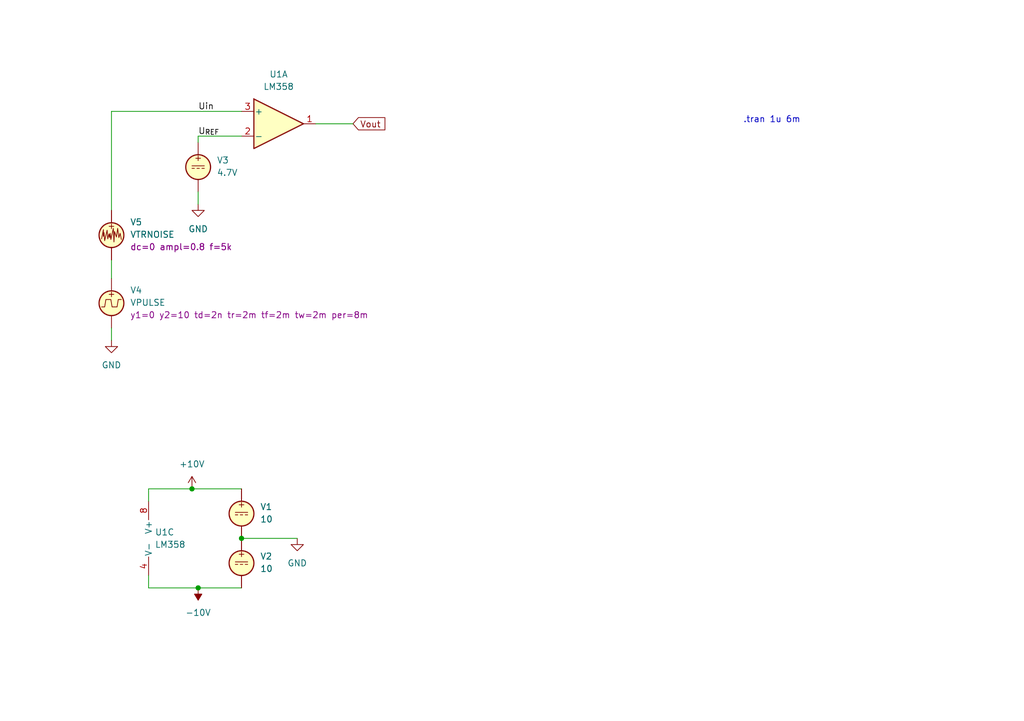
<source format=kicad_sch>
(kicad_sch (version 20230121) (generator eeschema)
  (paper "A5")
  (lib_symbols
    (symbol "Amplifier_Operational:LM358" (pin_names (offset 0.127))
      (property "Reference" "U" (at 0 5.08 0))
      (property "Value" "LM358" (at 0 -5.08 0))
      (symbol "LM358_1_1"
        (polyline (pts (xy -5.08 5.08) (xy 5.08 0) (xy -5.08 -5.08) (xy -5.08 5.08)) (stroke (width 0.254)) (fill (type background)))
        (pin output line (at 7.62 0 180) (length 2.54) (name "~") (number "1"))
        (pin input line (at -7.62 -2.54 0) (length 2.54) (name "-") (number "2"))
        (pin input line (at -7.62 2.54 0) (length 2.54) (name "+") (number "3"))
      )
      (symbol "LM358_2_1"
        (polyline (pts (xy -5.08 5.08) (xy 5.08 0) (xy -5.08 -5.08) (xy -5.08 5.08)) (stroke (width 0.254)) (fill (type background)))
        (pin input line (at -7.62 2.54 0) (length 2.54) (name "+") (number "5"))
        (pin input line (at -7.62 -2.54 0) (length 2.54) (name "-") (number "6"))
        (pin output line (at 7.62 0 180) (length 2.54) (name "~") (number "7"))
      )
      (symbol "LM358_3_1"
        (pin power_in line (at -2.54 -7.62 90) (length 3.81) (name "V-") (number "4"))
        (pin power_in line (at -2.54 7.62 270) (length 3.81) (name "V+") (number "8"))
      )
    )
    (symbol "Simulation_SPICE:VDC" (pin_numbers hide) (pin_names (offset 0.0254))
      (property "Reference" "V" (at 2.54 2.54 0))
      (property "Value" "1" (at 2.54 0 0))
      (symbol "VDC_0_0"
        (polyline (pts (xy -1.27 0.254) (xy 1.27 0.254)))
        (polyline (pts (xy -0.762 -0.254) (xy -1.27 -0.254)))
        (polyline (pts (xy 0.254 -0.254) (xy -0.254 -0.254)))
        (polyline (pts (xy 1.27 -0.254) (xy 0.762 -0.254)))
        (text "+" (at 0 1.905 0) (effects (font (size 1.27 1.27))))
      )
      (symbol "VDC_0_1"
        (circle (center 0 0) (radius 2.54) (stroke (width 0.254)) (fill (type background)))
      )
      (symbol "VDC_1_1"
        (pin passive line (at 0 5.08 270) (length 2.54) (name "~") (number "1"))
        (pin passive line (at 0 -5.08 90) (length 2.54) (name "~") (number "2"))
      )
    )
    (symbol "Simulation_SPICE:VPULSE" (pin_numbers hide) (pin_names (offset 0.0254))
      (property "Reference" "V" (at 2.54 2.54 0))
      (property "Value" "VPULSE" (at 2.54 0 0))
      (property "Sim.Params" "y1=0 y2=1 td=2n tr=2n tf=2n tw=50n per=100n" (at 2.54 -2.54 0))
      (symbol "VPULSE_0_0"
        (polyline (pts (xy -2.032 -0.762) (xy -1.397 -0.762) (xy -1.143 0.762) (xy -0.127 0.762) (xy 0.127 -0.762) (xy 1.143 -0.762) (xy 1.397 0.762) (xy 2.032 0.762)))
        (text "+" (at 0 1.905 0) (effects (font (size 1.27 1.27))))
      )
      (symbol "VPULSE_0_1"
        (circle (center 0 0) (radius 2.54) (stroke (width 0.254)) (fill (type background)))
      )
      (symbol "VPULSE_1_1"
        (pin passive line (at 0 5.08 270) (length 2.54) (name "~") (number "1"))
        (pin passive line (at 0 -5.08 90) (length 2.54) (name "~") (number "2"))
      )
    )
    (symbol "Simulation_SPICE:VTRNOISE" (pin_numbers hide) (pin_names (offset 0.0254))
      (property "Reference" "V" (at 2.54 2.54 0))
      (property "Value" "VTRNOISE" (at 2.54 0 0))
      (property "Sim.Params" "rms=20n dt=500p ac=0 ph=0" (at 2.54 -2.54 0))
      (symbol "VTRNOISE_0_0"
        (text "+" (at 0 1.905 0) (effects (font (size 1.27 1.27))))
      )
      (symbol "VTRNOISE_0_1"
        (polyline (pts (xy -2.032 -0.762) (xy -1.651 1.143) (xy -1.651 -0.254) (xy -1.524 0.508) (xy -1.397 -1.143) (xy -0.889 1.016) (xy -0.762 -0.762) (xy -0.508 0.254) (xy -0.381 -0.508) (xy -0.254 0.381) (xy -0.127 -0.889) (xy 0.381 1.397) (xy 0.508 -1.397) (xy 0.635 0.762) (xy 1.016 -0.381) (xy 1.27 1.397) (xy 1.524 -0.508) (xy 1.778 0.381) (xy 2.032 -0.889)))
        (circle (center 0 0) (radius 2.54) (stroke (width 0.254)) (fill (type background)))
      )
      (symbol "VTRNOISE_1_1"
        (pin passive line (at 0 5.08 270) (length 2.54) (name "~") (number "1"))
        (pin passive line (at 0 -5.08 90) (length 2.54) (name "~") (number "2"))
      )
    )
    (symbol "power:+10V" (power) (pin_names (offset 0))
      (property "Value" "+10V" (at 0 3.556 0))
      (symbol "+10V_0_1"
        (polyline (pts (xy -0.762 1.27) (xy 0 2.54)))
        (polyline (pts (xy 0 0) (xy 0 2.54)))
        (polyline (pts (xy 0 2.54) (xy 0.762 1.27)))
      )
      (symbol "+10V_1_1"
        (pin power_in line (at 0 0 90) (length 0) hide (name "+10V") (number "1"))
      )
    )
    (symbol "power:-10V" (power) (pin_names (offset 0))
      (property "Value" "-10V" (at 0 3.81 0))
      (symbol "-10V_0_0"
        (pin power_in line (at 0 0 90) (length 0) hide (name "-10V") (number "1"))
      )
      (symbol "-10V_0_1"
        (polyline (pts (xy 0 0) (xy 0 1.27) (xy 0.762 1.27) (xy 0 2.54) (xy -0.762 1.27) (xy 0 1.27)) (fill (type outline)))
      )
    )
    (symbol "power:GND" (power) (pin_names (offset 0))
      (property "Value" "GND" (at 0 -3.81 0))
      (symbol "GND_0_1"
        (polyline (pts (xy 0 0) (xy 0 -1.27) (xy 1.27 -1.27) (xy 0 -2.54) (xy -1.27 -1.27) (xy 0 -1.27)))
      )
      (symbol "GND_1_1"
        (pin power_in line (at 0 0 270) (length 0) hide (name "GND") (number "1"))
      )
    )
  )
  (junction (at 40.64 120.65))
  (junction (at 39.37 100.33))
  (junction (at 49.53 110.49))
  (wire (pts (xy 30.48 120.65) (xy 40.64 120.65)))
  (wire (pts (xy 40.64 120.65) (xy 49.53 120.65)))
  (wire (pts (xy 30.48 118.11) (xy 30.48 120.65)))
  (wire (pts (xy 40.64 29.21) (xy 40.64 27.94)))
  (wire (pts (xy 30.48 100.33) (xy 39.37 100.33)))
  (wire (pts (xy 39.37 100.33) (xy 49.53 100.33)))
  (wire (pts (xy 30.48 102.87) (xy 30.48 100.33)))
  (wire (pts (xy 22.86 67.31) (xy 22.86 69.85)))
  (wire (pts (xy 40.64 27.94) (xy 49.53 27.94)))
  (wire (pts (xy 22.86 43.18) (xy 22.86 22.86)))
  (wire (pts (xy 22.86 22.86) (xy 49.53 22.86)))
  (wire (pts (xy 49.53 110.49) (xy 60.96 110.49)))
  (wire (pts (xy 64.77 25.4) (xy 72.39 25.4)))
  (wire (pts (xy 22.86 57.15) (xy 22.86 53.34)))
  (wire (pts (xy 40.64 39.37) (xy 40.64 41.91)))
  (text ".tran 1u 6m" (at 152.4 25.4 0) (effects (font (size 1.27 1.27)) (justify left bottom)))
  (label "U_{REF}" (at 40.64 27.94 0))
  (label "Uin" (at 40.64 22.86 0))
  (global_label "Vout" (shape input) (at 72.39 25.4 0) (property "Intersheetrefs" "${INTERSHEET_REFS}" (effects hide)))
  (symbol (lib_id "power:-10V") (at 40.64 120.65 180) (unit 1)
    (property "Reference" "#PWR03" (effects hide))
    (property "Value" "-10V" (at 40.64 125.73 0))
  )
  (symbol (lib_id "Simulation_SPICE:VDC") (at 40.64 34.29 0) (unit 1)
    (property "Reference" "V3" (at 44.45 32.8902 0) (effects (justify left)))
    (property "Value" "4.7V" (at 44.45 35.4302 0) (effects (justify left)))
    (property "Sim.Pins" "1=+ 2=-" (effects hide))
    (property "Sim.Type" "DC" (effects hide))
    (property "Sim.Device" "V" (effects hide))
  )
  (symbol (lib_id "power:GND") (at 22.86 69.85 0) (unit 1)
    (property "Reference" "#PWR05" (effects hide))
    (property "Value" "GND" (at 22.86 74.93 0))
  )
  (symbol (lib_id "Simulation_SPICE:VDC") (at 49.53 105.41 0) (unit 1)
    (property "Reference" "V1" (at 53.34 104.0102 0) (effects (justify left)))
    (property "Value" "10" (at 53.34 106.5502 0) (effects (justify left)))
    (property "Sim.Pins" "1=+ 2=-" (effects hide))
    (property "Sim.Type" "DC" (effects hide))
    (property "Sim.Device" "V" (effects hide))
  )
  (symbol (lib_id "power:GND") (at 60.96 110.49 0) (unit 1)
    (property "Reference" "#PWR01" (effects hide))
    (property "Value" "GND" (at 60.96 115.57 0))
  )
  (symbol (lib_id "power:GND") (at 40.64 41.91 0) (unit 1)
    (property "Reference" "#PWR04" (effects hide))
    (property "Value" "GND" (at 40.64 46.99 0))
  )
  (symbol (lib_id "Simulation_SPICE:VTRNOISE") (at 22.86 48.26 0) (unit 1)
    (property "Reference" "V5" (at 26.67 45.5902 0) (effects (justify left)))
    (property "Value" "VTRNOISE" (at 26.67 48.1302 0) (effects (justify left)))
    (property "Sim.Pins" "1=+ 2=-" (effects hide))
    (property "Sim.Params" "dc=0 ampl=0.8 f=5k" (at 26.67 50.6702 0) (effects (justify left)))
    (property "Sim.Device" "V" (effects hide))
    (property "Sim.Type" "SIN" (effects hide))
  )
  (symbol (lib_id "Simulation_SPICE:VPULSE") (at 22.86 62.23 0) (unit 1)
    (property "Reference" "V4" (at 26.67 59.5602 0) (effects (justify left)))
    (property "Value" "VPULSE" (at 26.67 62.1002 0) (effects (justify left)))
    (property "Sim.Pins" "1=+ 2=-" (effects hide))
    (property "Sim.Type" "PULSE" (effects hide))
    (property "Sim.Device" "V" (effects hide))
    (property "Sim.Params" "y1=0 y2=10 td=2n tr=2m tf=2m tw=2m per=8m" (at 26.67 64.6402 0) (effects (justify left)))
  )
  (symbol (lib_id "Simulation_SPICE:VDC") (at 49.53 115.57 0) (unit 1)
    (property "Reference" "V2" (at 53.34 114.1702 0) (effects (justify left)))
    (property "Value" "10" (at 53.34 116.7102 0) (effects (justify left)))
    (property "Sim.Pins" "1=+ 2=-" (effects hide))
    (property "Sim.Type" "DC" (effects hide))
    (property "Sim.Device" "V" (effects hide))
  )
  (symbol (lib_id "Amplifier_Operational:LM358") (at 33.02 110.49 0) (unit 3)
    (property "Reference" "U1" (at 31.75 109.22 0) (effects (justify left)))
    (property "Value" "LM358" (at 31.75 111.76 0) (effects (justify left)))
    (property "Datasheet" "http://www.ti.com/lit/ds/symlink/lm2904-n.pdf" (effects hide))
    (property "Sim.Library" "/home/david/.local/share/kicad/SpiceLibrary/Models/Operational Amplifier/LM358-dual.mod" (effects hide))
    (property "Sim.Name" "lm358_dual" (effects hide))
    (property "Sim.Device" "SUBCKT" (effects hide))
    (property "Sim.Pins" "1=1out 2=1in- 3=1in+ 4=vcc- 5=2in+ 6=2in- 7=2out 8=vcc+" (effects hide))
  )
  (symbol (lib_id "power:+10V") (at 39.37 100.33 0) (unit 1)
    (property "Reference" "#PWR02" (effects hide))
    (property "Value" "+10V" (at 39.37 95.25 0))
  )
  (symbol (lib_id "Amplifier_Operational:LM358") (at 57.15 25.4 0) (unit 1)
    (property "Reference" "U1" (at 57.15 15.24 0))
    (property "Value" "LM358" (at 57.15 17.78 0))
    (property "Datasheet" "http://www.ti.com/lit/ds/symlink/lm2904-n.pdf" (effects hide))
    (property "Sim.Library" "/home/david/.local/share/kicad/SpiceLibrary/Models/Operational Amplifier/LM358-dual.mod" (effects hide))
    (property "Sim.Name" "lm358_dual" (effects hide))
    (property "Sim.Device" "SUBCKT" (effects hide))
    (property "Sim.Pins" "1=1out 2=1in- 3=1in+ 4=vcc- 5=2in+ 6=2in- 7=2out 8=vcc+" (effects hide))
  )
)
</source>
